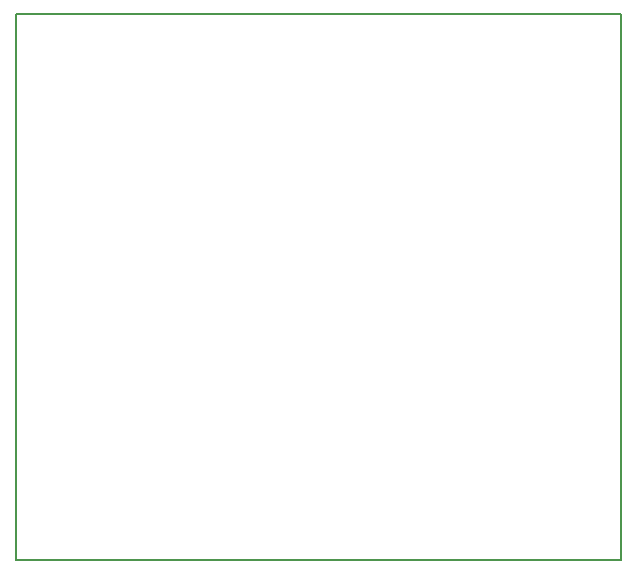
<source format=gm1>
G04 MADE WITH FRITZING*
G04 WWW.FRITZING.ORG*
G04 DOUBLE SIDED*
G04 HOLES PLATED*
G04 CONTOUR ON CENTER OF CONTOUR VECTOR*
%ASAXBY*%
%FSLAX23Y23*%
%MOIN*%
%OFA0B0*%
%SFA1.0B1.0*%
%ADD10R,2.021630X1.827370*%
%ADD11C,0.008000*%
%ADD10C,0.008*%
%LNCONTOUR*%
G90*
G70*
G54D10*
G54D11*
X4Y1823D02*
X2018Y1823D01*
X2018Y4D01*
X4Y4D01*
X4Y1823D01*
D02*
G04 End of contour*
M02*
</source>
